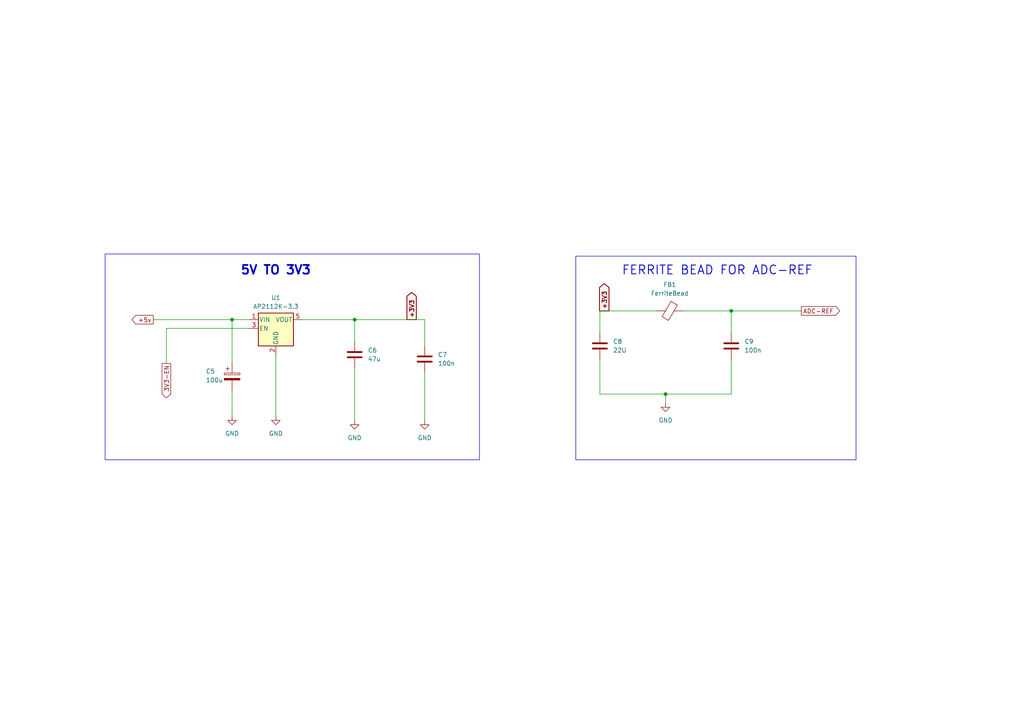
<source format=kicad_sch>
(kicad_sch (version 20250114) (generator "eeschema") (generator_version "9.0")
  (paper "A4")
  (lib_symbols
    (symbol "Device:C" (pin_numbers (hide yes)) (pin_names (offset 0.254))
      (property "Reference" "C" (at 0.635 2.54 0))
      (property "Value" "C" (at 0.635 -2.54 0))
      (symbol "C_0_1"
        (polyline (pts (xy -2.032 0.762) (xy 2.032 0.762)) (stroke (width 0.508)))
        (polyline (pts (xy -2.032 -0.762) (xy 2.032 -0.762)) (stroke (width 0.508)))
      )
      (symbol "C_1_1"
        (pin passive line (at 0 3.81 270) (length 2.794) (name "~") (number "1"))
        (pin passive line (at 0 -3.81 90) (length 2.794) (name "~") (number "2"))
      )
    )
    (symbol "Device:C_Polarized" (pin_numbers (hide yes)) (pin_names (offset 0.254))
      (property "Reference" "C" (at 0.635 2.54 0))
      (property "Value" "C_Polarized" (at 0.635 -2.54 0))
      (symbol "C_Polarized_0_1"
        (rectangle (start -2.286 0.508) (end 2.286 1.016))
        (polyline (pts (xy -1.778 2.286) (xy -0.762 2.286)))
        (polyline (pts (xy -1.27 2.794) (xy -1.27 1.778)))
        (rectangle (start 2.286 -0.508) (end -2.286 -1.016) (fill (type outline)))
      )
      (symbol "C_Polarized_1_1"
        (pin passive line (at 0 3.81 270) (length 2.794) (name "~") (number "1"))
        (pin passive line (at 0 -3.81 90) (length 2.794) (name "~") (number "2"))
      )
    )
    (symbol "Device:FerriteBead" (pin_numbers (hide yes)) (pin_names (offset 0))
      (property "Reference" "FB" (at -3.81 0.635 90))
      (property "Value" "FerriteBead" (at 3.81 0 90))
      (symbol "FerriteBead_0_1"
        (polyline (pts (xy -2.7686 0.4064) (xy -1.7018 2.2606) (xy 2.7686 -0.3048) (xy 1.6764 -2.159) (xy -2.7686 0.4064)))
        (polyline (pts (xy 0 1.27) (xy 0 1.2954)))
        (polyline (pts (xy 0 -1.27) (xy 0 -1.2192)))
      )
      (symbol "FerriteBead_1_1"
        (pin passive line (at 0 3.81 270) (length 2.54) (name "~") (number "1"))
        (pin passive line (at 0 -3.81 90) (length 2.54) (name "~") (number "2"))
      )
    )
    (symbol "Regulator_Linear:AP2112K-3.3" (pin_names (offset 0.254))
      (property "Reference" "U" (at -5.08 5.715 0))
      (property "Value" "AP2112K-3.3" (at 0 5.715 0))
      (symbol "AP2112K-3.3_0_1"
        (rectangle (start -5.08 4.445) (end 5.08 -5.08) (stroke (width 0.254)) (fill (type background)))
      )
      (symbol "AP2112K-3.3_1_1"
        (pin power_in line (at -7.62 2.54 0) (length 2.54) (name "VIN") (number "1"))
        (pin input line (at -7.62 0 0) (length 2.54) (name "EN") (number "3"))
        (pin power_in line (at 0 -7.62 90) (length 2.54) (name "GND") (number "2"))
        (pin no_connect line (at 5.08 0 180) (length 2.54) (hide yes) (name "NC") (number "4"))
        (pin power_out line (at 7.62 2.54 180) (length 2.54) (name "VOUT") (number "5"))
      )
    )
    (symbol "power:GND" (power) (pin_numbers (hide yes)) (pin_names (offset 0) (hide yes))
      (property "Value" "GND" (at 0 -3.81 0))
      (symbol "GND_0_1"
        (polyline (pts (xy 0 0) (xy 0 -1.27) (xy 1.27 -1.27) (xy 0 -2.54) (xy -1.27 -1.27) (xy 0 -1.27)))
      )
      (symbol "GND_1_1"
        (pin power_in line (at 0 0 270) (length 0) (name "~") (number "1"))
      )
    )
  )
  (rectangle (start 167.005 74.295) (end 248.285 133.35))
  (rectangle (start 30.48 73.66) (end 139.065 133.35))
  (text "\nFERRITE BEAD FOR ADC-REF" (at 208.026 76.454 0) (effects (font (size 2.54 2.54) (thickness 0.254) (bold yes))))
  (text "5V TO 3V3" (at 80.01 78.486 0) (effects (font (size 2.54 2.54) (thickness 0.508) (bold yes))))
  (junction (at 212.09 90.17))
  (junction (at 67.31 92.71))
  (junction (at 102.87 92.71))
  (junction (at 193.04 114.3))
  (wire (pts (xy 48.26 95.25) (xy 48.26 105.41)))
  (wire (pts (xy 87.63 92.71) (xy 102.87 92.71)))
  (wire (pts (xy 123.19 107.95) (xy 123.19 121.92)))
  (wire (pts (xy 212.09 114.3) (xy 212.09 104.14)))
  (wire (pts (xy 212.09 90.17) (xy 232.41 90.17)))
  (wire (pts (xy 173.99 96.52) (xy 173.99 90.17)))
  (wire (pts (xy 72.39 95.25) (xy 48.26 95.25)))
  (wire (pts (xy 193.04 114.3) (xy 212.09 114.3)))
  (wire (pts (xy 44.45 92.71) (xy 67.31 92.71)))
  (wire (pts (xy 102.87 106.68) (xy 102.87 121.92)))
  (wire (pts (xy 67.31 113.03) (xy 67.31 120.65)))
  (wire (pts (xy 212.09 90.17) (xy 212.09 96.52)))
  (wire (pts (xy 67.31 92.71) (xy 67.31 105.41)))
  (wire (pts (xy 72.39 92.71) (xy 67.31 92.71)))
  (wire (pts (xy 173.99 104.14) (xy 173.99 114.3)))
  (wire (pts (xy 198.12 90.17) (xy 212.09 90.17)))
  (wire (pts (xy 102.87 92.71) (xy 123.19 92.71)))
  (wire (pts (xy 80.01 102.87) (xy 80.01 120.65)))
  (wire (pts (xy 123.19 92.71) (xy 123.19 100.33)))
  (wire (pts (xy 102.87 92.71) (xy 102.87 99.06)))
  (wire (pts (xy 173.99 114.3) (xy 193.04 114.3)))
  (wire (pts (xy 193.04 114.3) (xy 193.04 116.84)))
  (wire (pts (xy 173.99 90.17) (xy 190.5 90.17)))
  (global_label "+5v" (shape output) (at 44.45 92.71 180) (property "Intersheetrefs" "${INTERSHEET_REFS}" (effects (hide yes))))
  (global_label "+3V3" (shape output) (at 119.38 92.71 90) (effects (font (thickness 0.254) (bold yes))) (property "Intersheetrefs" "${INTERSHEET_REFS}" (effects (hide yes))))
  (global_label "+3V3" (shape output) (at 175.26 90.17 90) (effects (font (thickness 0.254) (bold yes))) (property "Intersheetrefs" "${INTERSHEET_REFS}" (effects (hide yes))))
  (global_label "ADC-REF" (shape output) (at 232.41 90.17 0) (property "Intersheetrefs" "${INTERSHEET_REFS}" (effects (hide yes))))
  (global_label "3V3-EN" (shape output) (at 48.26 105.41 270) (property "Intersheetrefs" "${INTERSHEET_REFS}" (effects (hide yes))))
  (symbol (lib_id "Device:C") (at 212.09 100.33 0) (unit 1)
    (property "Reference" "C9" (at 215.9 99.0599 0) (effects (justify left)))
    (property "Value" "100n" (at 215.9 101.5999 0) (effects (justify left)))
    (property "Footprint" "Capacitor_SMD:C_0805_2012Metric" (effects (hide yes)))
    (property "Description" "Unpolarized capacitor" (effects (hide yes)))
  )
  (symbol (lib_id "power:GND") (at 193.04 116.84 0) (unit 1)
    (property "Reference" "#PWR015" (effects (hide yes)))
    (property "Value" "GND" (at 193.04 121.92 0))
    (property "Description" "Power symbol creates a global label with name \"GND\" , ground" (effects (hide yes)))
  )
  (symbol (lib_id "Device:FerriteBead") (at 194.31 90.17 90) (unit 1)
    (property "Reference" "FB1" (at 194.2592 82.55 90))
    (property "Value" "FerriteBead" (at 194.2592 85.09 90))
    (property "Footprint" "Inductor_SMD:L_0603_1608Metric" (effects (hide yes)))
    (property "Description" "Ferrite bead" (effects (hide yes)))
  )
  (symbol (lib_id "power:GND") (at 67.31 120.65 0) (unit 1)
    (property "Reference" "#PWR011" (effects (hide yes)))
    (property "Value" "GND" (at 67.31 125.73 0))
    (property "Description" "Power symbol creates a global label with name \"GND\" , ground" (effects (hide yes)))
  )
  (symbol (lib_id "power:GND") (at 80.01 120.65 0) (unit 1)
    (property "Reference" "#PWR012" (effects (hide yes)))
    (property "Value" "GND" (at 80.01 125.73 0))
    (property "Description" "Power symbol creates a global label with name \"GND\" , ground" (effects (hide yes)))
  )
  (symbol (lib_id "Device:C") (at 123.19 104.14 0) (unit 1)
    (property "Reference" "C7" (at 127 102.8699 0) (effects (justify left)))
    (property "Value" "100n" (at 127 105.4099 0) (effects (justify left)))
    (property "Footprint" "Capacitor_SMD:C_0805_2012Metric" (effects (hide yes)))
    (property "Description" "Unpolarized capacitor" (effects (hide yes)))
  )
  (symbol (lib_id "Device:C") (at 102.87 102.87 0) (unit 1)
    (property "Reference" "C6" (at 106.68 101.5999 0) (effects (justify left)))
    (property "Value" "47u" (at 106.68 104.1399 0) (effects (justify left)))
    (property "Footprint" "Capacitor_SMD:C_1206_3216Metric" (effects (hide yes)))
    (property "Description" "Unpolarized capacitor" (effects (hide yes)))
    (property "voltage" "10v" (effects (hide yes)))
  )
  (symbol (lib_id "Regulator_Linear:AP2112K-3.3") (at 80.01 95.25 0) (unit 1)
    (property "Reference" "U1" (at 80.01 86.36 0))
    (property "Value" "AP2112K-3.3" (at 80.01 88.9 0))
    (property "Footprint" "Package_TO_SOT_SMD:SOT-23-5" (effects (hide yes)))
    (property "Datasheet" "https://www.diodes.com/assets/Datasheets/AP2112.pdf" (effects (hide yes)))
    (property "Description" "600mA low dropout linear regulator, with enable pin, 3.8V-6V input voltage range, 3.3V fixed positive output, SOT-23-5" (effects (hide yes)))
  )
  (symbol (lib_id "power:GND") (at 123.19 121.92 0) (unit 1)
    (property "Reference" "#PWR014" (effects (hide yes)))
    (property "Value" "GND" (at 123.19 127 0))
    (property "Description" "Power symbol creates a global label with name \"GND\" , ground" (effects (hide yes)))
  )
  (symbol (lib_id "Device:C") (at 173.99 100.33 0) (unit 1)
    (property "Reference" "C8" (at 177.8 99.0599 0) (effects (justify left)))
    (property "Value" "22U" (at 177.8 101.5999 0) (effects (justify left)))
    (property "Footprint" "Capacitor_SMD:C_1206_3216Metric" (effects (hide yes)))
    (property "Description" "Unpolarized capacitor" (effects (hide yes)))
  )
  (symbol (lib_id "Device:C_Polarized") (at 67.31 109.22 0) (unit 1)
    (property "Reference" "C5" (at 59.69 107.696 0) (effects (justify left)))
    (property "Value" "100u" (at 59.69 110.236 0) (effects (justify left)))
    (property "Footprint" "Capacitor_SMD:CP_Elec_6.3x5.9" (effects (hide yes)))
    (property "Description" "Polarized capacitor" (effects (hide yes)))
  )
  (symbol (lib_id "power:GND") (at 102.87 121.92 0) (unit 1)
    (property "Reference" "#PWR013" (effects (hide yes)))
    (property "Value" "GND" (at 102.87 127 0))
    (property "Description" "Power symbol creates a global label with name \"GND\" , ground" (effects (hide yes)))
  )
)
</source>
